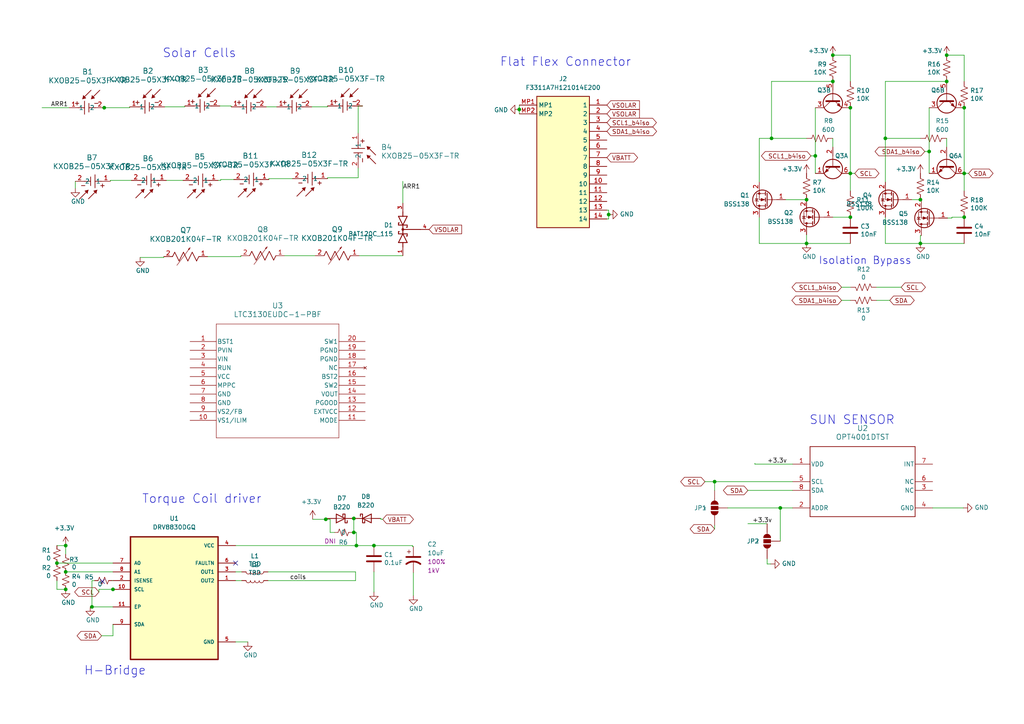
<source format=kicad_sch>
(kicad_sch (version 20230121) (generator eeschema)
  (paper "A4")
  (lib_symbols
    (symbol "BAT120C:BAT120C_115" (pin_names (offset 1.016))
      (property "Reference" "D" (at -5.08 5.08 0))
      (property "Value" "BAT120C_115" (at -5.08 2.54 0))
      (symbol "BAT120C_115_0_0"
        (pin passive line (at -7.62 0 0) (length 2.54) (name "~") (number "1"))
        (pin passive line (at 7.62 0 180) (length 2.54) (name "~") (number "3"))
        (pin passive line (at 0 -7.62 90) (length 2.54) (name "~") (number "4"))
      )
    )
    (symbol "DRV8830DGQ:DRV8830DGQ" (pin_names (offset 1.016))
      (property "Reference" "U" (at -12.7 18.78 0))
      (property "Value" "DRV8830DGQ" (at -12.7 -21.78 0))
      (symbol "DRV8830DGQ_0_0"
        (pin output line (at 17.78 5.08 180) (length 5.08) (name "OUT2") (number "1"))
        (pin input line (at -17.78 2.54 0) (length 5.08) (name "SCL") (number "10"))
        (pin bidirectional line (at -17.78 -2.54 0) (length 5.08) (name "EP") (number "11"))
        (pin input line (at -17.78 5.08 0) (length 5.08) (name "ISENSE") (number "2"))
        (pin output line (at 17.78 7.62 180) (length 5.08) (name "OUT1") (number "3"))
        (pin power_in line (at 17.78 15.24 180) (length 5.08) (name "VCC") (number "4"))
        (pin power_in line (at 17.78 -12.7 180) (length 5.08) (name "GND") (number "5"))
        (pin output line (at 17.78 10.16 180) (length 5.08) (name "FAULTN") (number "6"))
        (pin input line (at -17.78 10.16 0) (length 5.08) (name "A0") (number "7"))
        (pin input line (at -17.78 7.62 0) (length 5.08) (name "A1") (number "8"))
        (pin bidirectional line (at -17.78 -7.62 0) (length 5.08) (name "SDA") (number "9"))
      )
    )
    (symbol "Device:C" (pin_numbers hide) (pin_names (offset 0.254))
      (property "Reference" "C" (at 0.635 2.54 0))
      (property "Value" "C" (at 0.635 -2.54 0))
      (symbol "C_1_1"
        (pin passive line (at 0 3.81 270) (length 2.794) (name "~") (number "1"))
        (pin passive line (at 0 -3.81 90) (length 2.794) (name "~") (number "2"))
      )
    )
    (symbol "Device:L" (pin_numbers hide) (pin_names (offset 1.016) hide)
      (property "Reference" "L" (at -1.27 0 90))
      (property "Value" "L" (at 1.905 0 90))
      (symbol "L_1_1"
        (pin passive line (at 0 3.81 270) (length 1.27) (name "1") (number "1"))
        (pin passive line (at 0 -3.81 90) (length 1.27) (name "2") (number "2"))
      )
    )
    (symbol "Device:R_Small_US" (pin_numbers hide) (pin_names (offset 0.254) hide)
      (property "Reference" "R" (at 0.762 0.508 0))
      (property "Value" "R_Small_US" (at 0.762 -1.016 0))
      (symbol "R_Small_US_1_1"
        (pin passive line (at 0 2.54 270) (length 1.016) (name "~") (number "1"))
        (pin passive line (at 0 -2.54 90) (length 1.016) (name "~") (number "2"))
      )
    )
    (symbol "Device:R_US" (pin_numbers hide) (pin_names (offset 0))
      (property "Reference" "R" (at 2.54 0 90))
      (property "Value" "R_US" (at -2.54 0 90))
      (symbol "R_US_1_1"
        (pin passive line (at 0 3.81 270) (length 1.27) (name "~") (number "1"))
        (pin passive line (at 0 -3.81 90) (length 1.27) (name "~") (number "2"))
      )
    )
    (symbol "Diode:B220" (pin_numbers hide) (pin_names (offset 1.016) hide)
      (property "Reference" "D" (at 0 2.54 0))
      (property "Value" "B220" (at 0 -2.54 0))
      (symbol "B220_1_1"
        (pin passive line (at -3.81 0 0) (length 2.54) (name "K") (number "1"))
        (pin passive line (at 3.81 0 180) (length 2.54) (name "A") (number "2"))
      )
    )
    (symbol "F3311A7H121008E200:F3311A7H121014E200"
      (property "Reference" "J" (at 21.59 7.62 0))
      (property "Value" "F3311A7H121014E200" (at 21.59 5.08 0))
      (symbol "F3311A7H121014E200_1_1"
        (pin passive line (at 25.4 0 180) (length 5.08) (name "1") (number "1"))
        (pin passive line (at 25.4 -22.86 180) (length 5.08) (name "10") (number "10"))
        (pin passive line (at 25.4 -25.4 180) (length 5.08) (name "11") (number "11"))
        (pin passive line (at 25.4 -27.94 180) (length 5.08) (name "12") (number "12"))
        (pin passive line (at 25.4 -30.48 180) (length 5.08) (name "13") (number "13"))
        (pin passive line (at 25.4 -33.02 180) (length 5.08) (name "14") (number "14"))
        (pin passive line (at 25.4 -2.54 180) (length 5.08) (name "2") (number "2"))
        (pin passive line (at 25.4 -5.08 180) (length 5.08) (name "3") (number "3"))
        (pin passive line (at 25.4 -7.62 180) (length 5.08) (name "4") (number "4"))
        (pin passive line (at 25.4 -10.16 180) (length 5.08) (name "5") (number "5"))
        (pin passive line (at 25.4 -12.7 180) (length 5.08) (name "6") (number "6"))
        (pin passive line (at 25.4 -15.24 180) (length 5.08) (name "7") (number "7"))
        (pin passive line (at 25.4 -17.78 180) (length 5.08) (name "8") (number "8"))
        (pin passive line (at 25.4 -20.32 180) (length 5.08) (name "9") (number "9"))
        (pin passive line (at 0 0 0) (length 5.08) (name "MP1") (number "MP1"))
        (pin passive line (at 0 -2.54 0) (length 5.08) (name "MP2") (number "MP2"))
      )
    )
    (symbol "KXOB201K04TF-TR:KXOB201K04F-TR" (pin_names (offset 0.254))
      (property "Reference" "Q" (at 5.715 4.445 0))
      (property "Value" "KXOB201K04F-TR" (at 6.35 -4.445 0))
      (symbol "KXOB201K04F-TR_1_1"
        (pin unspecified line (at 12.7 0 180) (length 2.54) (name "") (number "1"))
        (pin unspecified line (at 0 0 0) (length 2.54) (name "") (number "2"))
      )
      (symbol "KXOB201K04F-TR_1_2"
        (pin unspecified line (at 0 12.7 270) (length 2.54) (name "") (number "1"))
        (pin unspecified line (at 0 0 90) (length 2.54) (name "") (number "2"))
      )
    )
    (symbol "KXOB25-05X3TF-TR:KXOB25-05X3F-TR" (pin_names (offset 0.254))
      (property "Reference" "B" (at 4.826 8.89 0))
      (property "Value" "KXOB25-05X3F-TR" (at 5.08 -3.81 0))
      (symbol "KXOB25-05X3F-TR_0_1"
        (pin unspecified line (at 0 0 0) (length 2.54) (name "1") (number "1"))
        (pin unspecified line (at 10.16 0 180) (length 2.54) (name "2") (number "2"))
      )
    )
    (symbol "LTC3130:LTC3130EUDC-1-PBF" (pin_names (offset 0.254))
      (property "Reference" "U" (at 25.4 10.16 0))
      (property "Value" "LTC3130EUDC-1-PBF" (at 25.4 7.62 0))
      (symbol "LTC3130EUDC-1-PBF_0_1"
        (pin unspecified line (at 0 0 0) (length 7.62) (name "BST1") (number "1"))
        (pin bidirectional line (at 0 -22.86 0) (length 7.62) (name "VS1/ILIM") (number "10"))
        (pin unspecified line (at 50.8 -22.86 180) (length 7.62) (name "MODE") (number "11"))
        (pin input line (at 50.8 -20.32 180) (length 7.62) (name "EXTVCC") (number "12"))
        (pin output line (at 50.8 -17.78 180) (length 7.62) (name "PGOOD") (number "13"))
        (pin output line (at 50.8 -15.24 180) (length 7.62) (name "VOUT") (number "14"))
        (pin unspecified line (at 50.8 -12.7 180) (length 7.62) (name "SW2") (number "15"))
        (pin unspecified line (at 50.8 -10.16 180) (length 7.62) (name "BST2") (number "16"))
        (pin no_connect line (at 50.8 -7.62 180) (length 7.62) (name "NC") (number "17"))
        (pin power_out line (at 50.8 -5.08 180) (length 7.62) (name "PGND") (number "18"))
        (pin power_out line (at 50.8 -2.54 180) (length 7.62) (name "PGND") (number "19"))
        (pin input line (at 0 -2.54 0) (length 7.62) (name "PVIN") (number "2"))
        (pin unspecified line (at 50.8 0 180) (length 7.62) (name "SW1") (number "20"))
        (pin input line (at 0 -5.08 0) (length 7.62) (name "VIN") (number "3"))
        (pin input line (at 0 -7.62 0) (length 7.62) (name "RUN") (number "4"))
        (pin power_in line (at 0 -10.16 0) (length 7.62) (name "VCC") (number "5"))
        (pin unspecified line (at 0 -12.7 0) (length 7.62) (name "MPPC") (number "6"))
        (pin power_out line (at 0 -15.24 0) (length 7.62) (name "GND") (number "7"))
        (pin power_out line (at 0 -17.78 0) (length 7.62) (name "GND") (number "8"))
        (pin bidirectional line (at 0 -20.32 0) (length 7.62) (name "VS2/FB") (number "9"))
      )
    )
    (symbol "OPT4001DTST:OPT4001DTST" (pin_names (offset 0.254))
      (property "Reference" "U" (at 0 2.54 0))
      (property "Value" "OPT4001DTST" (at 0 0 0))
      (symbol "OPT4001DTST_0_1"
        (pin power_in line (at 0 0 0) (length 5.08) (name "VDD") (number "1"))
        (pin input line (at 0 -12.7 0) (length 5.08) (name "ADDR") (number "2"))
        (pin unspecified line (at 40.64 -7.62 180) (length 5.08) (name "NC") (number "3"))
        (pin power_in line (at 40.64 -12.7 180) (length 5.08) (name "GND") (number "4"))
        (pin input line (at 0 -5.08 0) (length 5.08) (name "SCL") (number "5"))
        (pin unspecified line (at 40.64 -5.08 180) (length 5.08) (name "NC") (number "6"))
        (pin open_collector line (at 40.64 0 180) (length 5.08) (name "INT") (number "7"))
        (pin bidirectional line (at 0 -7.62 0) (length 5.08) (name "SDA") (number "8"))
      )
    )
    (symbol "SparkFun-Capacitor:C_Polarized" (pin_numbers hide) (pin_names (offset 0.254) hide)
      (property "Reference" "C" (at 0.635 2.54 0))
      (property "Value" "C_Polarized" (at 0.635 -2.54 0))
      (property "Tolerance" "100%" (at 0 -10.16 0))
      (property "Voltage" "1kV" (at 0 -7.62 0))
      (symbol "C_Polarized_1_1"
        (pin passive line (at 0 3.81 270) (length 2.794) (name "~") (number "1"))
        (pin passive line (at 0 -3.81 90) (length 3.302) (name "~") (number "2"))
      )
    )
    (symbol "SparkFun-Jumper:SolderJumper_3_Open_No_Silk" (pin_numbers hide) (pin_names (offset 0) hide)
      (property "Reference" "JP" (at -2.54 -2.54 0))
      (property "Value" "~" (at 0 2.794 0))
      (symbol "SolderJumper_3_Open_No_Silk_1_1"
        (pin passive line (at -5.08 0 0) (length 2.54) (name "A") (number "1"))
        (pin passive line (at 0 -3.81 90) (length 2.54) (name "C") (number "2"))
        (pin passive line (at 5.08 0 180) (length 2.54) (name "B") (number "3"))
      )
    )
    (symbol "Transistor_BJT:MBT2222ADW1T1" (pin_names (offset 0) hide)
      (property "Reference" "Q" (at 5.08 1.27 0))
      (property "Value" "MBT2222ADW1T1" (at 5.08 -1.27 0))
      (symbol "MBT2222ADW1T1_1_1"
        (pin passive line (at 2.54 -5.08 90) (length 2.54) (name "E1") (number "1"))
        (pin input line (at -5.08 0 0) (length 2.54) (name "B1") (number "2"))
        (pin passive line (at 2.54 5.08 270) (length 2.54) (name "C1") (number "6"))
      )
      (symbol "MBT2222ADW1T1_2_1"
        (pin passive line (at 2.54 5.08 270) (length 2.54) (name "C2") (number "3"))
        (pin passive line (at 2.54 -5.08 90) (length 2.54) (name "E2") (number "4"))
        (pin input line (at -5.08 0 0) (length 2.54) (name "B2") (number "5"))
      )
    )
    (symbol "Transistor_FET:BSS138" (pin_names hide)
      (property "Reference" "Q" (at 5.08 1.905 0))
      (property "Value" "BSS138" (at 5.08 0 0))
      (symbol "BSS138_1_1"
        (pin input line (at -5.08 0 0) (length 2.54) (name "G") (number "1"))
        (pin passive line (at 2.54 -5.08 90) (length 2.54) (name "S") (number "2"))
        (pin passive line (at 2.54 5.08 270) (length 2.54) (name "D") (number "3"))
      )
    )
    (symbol "power:+3.3V" (power) (pin_names (offset 0))
      (property "Value" "+3.3V" (at 0 3.556 0))
      (symbol "+3.3V_1_1"
        (pin power_in line (at 0 0 90) (length 0) hide (name "+3.3V") (number "1"))
      )
    )
    (symbol "power:GND" (power) (pin_names (offset 0))
      (property "Value" "GND" (at 0 -3.81 0))
      (symbol "GND_1_1"
        (pin power_in line (at 0 0 270) (length 0) hide (name "GND") (number "1"))
      )
    )
  )
  (junction (at 279.654 62.992))
  (junction (at 236.474 45.212))
  (junction (at 102.616 154.432))
  (junction (at 266.954 70.612))
  (junction (at 223.774 40.132))
  (junction (at 241.554 23.622))
  (junction (at 94.488 150.622))
  (junction (at 16.51 163.322))
  (junction (at 233.934 57.912))
  (junction (at 266.954 57.912))
  (junction (at 256.794 40.132))
  (junction (at 32.766 170.942))
  (junction (at 279.654 31.242))
  (junction (at 19.05 170.942))
  (junction (at 19.05 165.862))
  (junction (at 269.494 43.942))
  (junction (at 30.226 31.242))
  (junction (at 246.634 31.242))
  (junction (at 279.654 50.292))
  (junction (at 233.934 70.612))
  (junction (at 207.264 139.7))
  (junction (at 26.67 176.022))
  (junction (at 102.616 150.368))
  (junction (at 176.53 62.23))
  (junction (at 226.314 147.32))
  (junction (at 241.554 16.002))
  (junction (at 246.634 62.992))
  (junction (at 274.574 16.002))
  (junction (at 103.378 158.242))
  (junction (at 19.05 158.242))
  (junction (at 246.634 50.292))
  (junction (at 108.458 158.242))
  (junction (at 150.622 31.75))
  (junction (at 274.574 23.622))
  (no_connect (at 29.718 168.656))
  (no_connect (at 68.326 163.322))
  (wire (pts (xy 67.818 52.07) (xy 64.008 52.07)))
  (wire (pts (xy 48.26 52.324) (xy 53.086 52.324)))
  (wire (pts (xy 110.49 150.622) (xy 110.998 150.622)))
  (wire (pts (xy 26.67 168.402) (xy 26.67 176.022)))
  (wire (pts (xy 176.53 60.96) (xy 176.53 62.23)))
  (wire (pts (xy 68.326 158.242) (xy 103.378 158.242)))
  (wire (pts (xy 102.616 154.432) (xy 103.378 154.432)))
  (wire (pts (xy 218.948 134.366) (xy 218.948 134.62)))
  (wire (pts (xy 236.474 31.242) (xy 236.474 45.212)))
  (wire (pts (xy 47.752 30.988) (xy 53.594 30.988)))
  (wire (pts (xy 103.886 30.734) (xy 103.886 38.608)))
  (wire (pts (xy 220.218 70.612) (xy 233.934 70.612)))
  (wire (pts (xy 279.654 55.372) (xy 279.654 50.292)))
  (wire (pts (xy 119.634 158.496) (xy 119.634 158.242)))
  (wire (pts (xy 77.216 30.988) (xy 80.264 30.988)))
  (wire (pts (xy 261.366 83.312) (xy 254.254 83.312)))
  (wire (pts (xy 235.204 45.212) (xy 236.474 45.212)))
  (wire (pts (xy 38.1 52.324) (xy 32.004 52.324)))
  (wire (pts (xy 220.218 40.132) (xy 223.774 40.132)))
  (wire (pts (xy 256.794 70.612) (xy 266.954 70.612)))
  (wire (pts (xy 26.67 168.402) (xy 27.432 168.402)))
  (wire (pts (xy 64.008 52.324) (xy 63.246 52.324)))
  (wire (pts (xy 108.458 165.862) (xy 108.458 171.704)))
  (wire (pts (xy 90.678 150.622) (xy 94.488 150.622)))
  (wire (pts (xy 40.64 74.676) (xy 47.498 74.676)))
  (wire (pts (xy 276.098 62.992) (xy 279.654 62.992)))
  (wire (pts (xy 32.766 170.942) (xy 28.702 170.942)))
  (wire (pts (xy 280.924 50.292) (xy 279.654 50.292)))
  (wire (pts (xy 216.916 151.892) (xy 222.504 151.892)))
  (wire (pts (xy 279.654 31.242) (xy 279.654 50.292)))
  (wire (pts (xy 266.954 68.326) (xy 266.954 70.612)))
  (wire (pts (xy 16.51 163.322) (xy 32.766 163.322)))
  (wire (pts (xy 32.766 184.404) (xy 32.766 181.102)))
  (wire (pts (xy 26.162 176.022) (xy 26.67 176.022)))
  (wire (pts (xy 256.794 23.622) (xy 274.574 23.622)))
  (wire (pts (xy 28.702 170.942) (xy 28.702 171.704)))
  (wire (pts (xy 222.504 163.576) (xy 222.504 162.052)))
  (wire (pts (xy 233.934 40.132) (xy 223.774 40.132)))
  (wire (pts (xy 84.836 51.816) (xy 77.978 51.816)))
  (wire (pts (xy 226.314 147.32) (xy 229.87 147.32)))
  (wire (pts (xy 60.198 74.422) (xy 69.85 74.422)))
  (wire (pts (xy 267.208 57.912) (xy 266.954 57.912)))
  (wire (pts (xy 176.53 62.23) (xy 176.53 63.5)))
  (wire (pts (xy 82.55 74.168) (xy 91.44 74.168)))
  (wire (pts (xy 102.108 154.432) (xy 102.616 154.432)))
  (wire (pts (xy 97.028 154.432) (xy 95.758 154.432)))
  (wire (pts (xy 104.14 74.168) (xy 116.84 74.168)))
  (wire (pts (xy 246.634 16.002) (xy 241.554 16.002)))
  (wire (pts (xy 103.378 154.432) (xy 103.378 158.242)))
  (wire (pts (xy 94.996 51.562) (xy 94.996 51.816)))
  (wire (pts (xy 176.022 60.96) (xy 176.53 60.96)))
  (wire (pts (xy 226.314 147.32) (xy 226.314 156.972)))
  (wire (pts (xy 150.622 31.75) (xy 150.622 33.02)))
  (wire (pts (xy 220.218 52.832) (xy 220.218 40.132)))
  (wire (pts (xy 95.758 154.432) (xy 95.758 150.622)))
  (wire (pts (xy 103.124 168.402) (xy 77.724 168.402)))
  (wire (pts (xy 105.156 30.734) (xy 103.886 30.734)))
  (wire (pts (xy 68.326 165.862) (xy 70.104 165.862)))
  (wire (pts (xy 103.124 165.862) (xy 103.124 168.402)))
  (wire (pts (xy 67.056 30.734) (xy 67.056 30.988)))
  (wire (pts (xy 247.904 50.292) (xy 246.634 50.292)))
  (wire (pts (xy 110.236 150.368) (xy 110.49 150.368)))
  (wire (pts (xy 207.264 139.7) (xy 229.87 139.7)))
  (wire (pts (xy 94.488 150.368) (xy 94.488 150.622)))
  (wire (pts (xy 19.05 160.782) (xy 19.05 158.242)))
  (wire (pts (xy 207.264 142.24) (xy 207.264 139.7)))
  (wire (pts (xy 77.978 51.816) (xy 77.978 52.07)))
  (wire (pts (xy 266.954 57.912) (xy 264.414 57.912)))
  (wire (pts (xy 223.774 23.622) (xy 241.554 23.622)))
  (wire (pts (xy 69.85 74.422) (xy 69.85 74.168)))
  (wire (pts (xy 274.828 63.246) (xy 276.098 63.246)))
  (wire (pts (xy 246.634 83.312) (xy 244.094 83.312)))
  (wire (pts (xy 246.634 87.122) (xy 244.094 87.122)))
  (wire (pts (xy 63.754 30.734) (xy 67.056 30.734)))
  (wire (pts (xy 119.634 158.496) (xy 119.888 158.496)))
  (wire (pts (xy 16.51 168.402) (xy 16.51 170.942)))
  (wire (pts (xy 103.886 48.768) (xy 103.886 51.562)))
  (wire (pts (xy 32.004 52.324) (xy 32.004 52.578)))
  (wire (pts (xy 119.634 158.242) (xy 108.458 158.242)))
  (wire (pts (xy 258.064 87.122) (xy 254.254 87.122)))
  (wire (pts (xy 223.774 23.622) (xy 223.774 40.132)))
  (wire (pts (xy 279.654 70.612) (xy 266.954 70.612)))
  (wire (pts (xy 266.954 40.132) (xy 256.794 40.132)))
  (wire (pts (xy 53.594 30.988) (xy 53.594 30.734)))
  (wire (pts (xy 103.886 51.562) (xy 94.996 51.562)))
  (wire (pts (xy 37.592 31.242) (xy 37.592 30.988)))
  (wire (pts (xy 77.724 165.862) (xy 103.124 165.862)))
  (wire (pts (xy 256.794 52.832) (xy 256.794 40.132)))
  (wire (pts (xy 94.996 150.368) (xy 94.488 150.368)))
  (wire (pts (xy 207.264 152.4) (xy 207.264 153.416)))
  (wire (pts (xy 32.512 168.402) (xy 32.766 168.402)))
  (wire (pts (xy 279.654 16.002) (xy 274.574 16.002)))
  (wire (pts (xy 150.622 30.48) (xy 150.622 31.75)))
  (wire (pts (xy 116.84 52.578) (xy 116.84 58.928)))
  (wire (pts (xy 227.838 57.912) (xy 233.934 57.912)))
  (wire (pts (xy 68.326 168.402) (xy 70.104 168.402)))
  (wire (pts (xy 220.218 62.992) (xy 220.218 70.612)))
  (wire (pts (xy 110.49 150.368) (xy 110.49 150.622)))
  (wire (pts (xy 94.488 150.622) (xy 95.758 150.622)))
  (wire (pts (xy 241.554 62.992) (xy 246.634 62.992)))
  (wire (pts (xy 176.53 63.5) (xy 176.022 63.5)))
  (wire (pts (xy 19.05 165.862) (xy 32.766 165.862)))
  (wire (pts (xy 64.008 52.07) (xy 64.008 52.324)))
  (wire (pts (xy 30.226 31.242) (xy 37.592 31.242)))
  (wire (pts (xy 216.916 142.24) (xy 229.87 142.24)))
  (wire (pts (xy 246.634 55.372) (xy 246.634 50.292)))
  (wire (pts (xy 267.208 68.326) (xy 266.954 68.326)))
  (wire (pts (xy 21.844 52.578) (xy 21.844 54.61)))
  (wire (pts (xy 233.934 70.612) (xy 233.934 68.072)))
  (wire (pts (xy 246.634 31.242) (xy 246.634 50.292)))
  (wire (pts (xy 94.996 30.734) (xy 94.996 30.988)))
  (wire (pts (xy 12.192 31.242) (xy 20.066 31.242)))
  (wire (pts (xy 246.634 23.622) (xy 246.634 16.002)))
  (wire (pts (xy 68.326 186.182) (xy 71.882 186.182)))
  (wire (pts (xy 29.464 184.404) (xy 32.766 184.404)))
  (wire (pts (xy 229.87 134.62) (xy 218.948 134.62)))
  (wire (pts (xy 268.224 43.942) (xy 269.494 43.942)))
  (wire (pts (xy 267.208 58.166) (xy 267.208 57.912)))
  (wire (pts (xy 103.378 158.242) (xy 108.458 158.242)))
  (wire (pts (xy 102.616 150.368) (xy 102.616 154.432)))
  (wire (pts (xy 256.794 62.992) (xy 256.794 70.612)))
  (wire (pts (xy 256.794 40.132) (xy 256.794 23.622)))
  (wire (pts (xy 269.494 43.942) (xy 269.494 50.292)))
  (wire (pts (xy 29.972 31.242) (xy 30.226 31.242)))
  (wire (pts (xy 279.654 23.622) (xy 279.654 16.002)))
  (wire (pts (xy 90.424 30.988) (xy 94.996 30.988)))
  (wire (pts (xy 270.51 147.32) (xy 279.4 147.32)))
  (wire (pts (xy 276.098 63.246) (xy 276.098 62.992)))
  (wire (pts (xy 241.554 42.672) (xy 241.554 40.132)))
  (wire (pts (xy 211.074 147.32) (xy 226.314 147.32)))
  (wire (pts (xy 19.05 158.242) (xy 16.51 158.242)))
  (wire (pts (xy 233.934 70.612) (xy 246.634 70.612)))
  (wire (pts (xy 223.52 163.576) (xy 222.504 163.576)))
  (wire (pts (xy 26.67 176.022) (xy 32.766 176.022)))
  (wire (pts (xy 204.47 139.7) (xy 207.264 139.7)))
  (wire (pts (xy 236.474 45.212) (xy 236.474 50.292)))
  (wire (pts (xy 274.574 42.672) (xy 274.574 40.132)))
  (wire (pts (xy 47.498 74.676) (xy 47.498 74.422)))
  (wire (pts (xy 16.51 170.942) (xy 19.05 170.942)))
  (wire (pts (xy 119.888 166.116) (xy 119.888 172.72)))
  (wire (pts (xy 33.02 170.942) (xy 32.766 170.942)))
  (wire (pts (xy 269.494 31.242) (xy 269.494 43.942)))
  (text "Flat Flex Connector" (at 183.134 19.558 0) (effects (font (size 2.54 2.54)) (justify right bottom)))
  (text "SUN SENSOR\n\n" (at 234.696 127.508 0) (effects (font (size 2.54 2.54)) (justify left bottom)))
  (text "Isolation Bypass" (at 264.414 76.962 0) (effects (font (size 2.159 2.159)) (justify right bottom)))
  (text "Solar Cells" (at 68.58 17.018 0) (effects (font (size 2.54 2.54)) (justify right bottom)))
  (text "Torque Coil driver\n" (at 41.148 146.304 0) (effects (font (size 2.54 2.54)) (justify left bottom)))
  (text "H-Bridge" (at 42.418 196.088 0) (effects (font (size 2.54 2.54)) (justify right bottom)))
  (label "ARR1" (at 14.732 31.242 0))
  (label "ARR1" (at 116.84 55.118 0))
  (label "+3.3v" (at 218.186 151.892 0))
  (label "coils" (at 84.074 168.402 0))
  (label "+3.3v" (at 222.504 134.62 0))
  (global_label "SCL" (shape bidirectional) (at 28.702 171.704 180) (property "Intersheetrefs" "${INTERSHEET_REFS}" (effects hide)))
  (global_label "SCL" (shape bidirectional) (at 247.904 50.292 0) (property "Intersheetrefs" "${INTERSHEET_REFS}" (effects hide)))
  (global_label "SCL" (shape bidirectional) (at 261.366 83.312 0) (property "Intersheetrefs" "${INTERSHEET_REFS}" (effects hide)))
  (global_label "SDA" (shape bidirectional) (at 29.464 184.404 180) (property "Intersheetrefs" "${INTERSHEET_REFS}" (effects hide)))
  (global_label "SDA" (shape bidirectional) (at 216.916 142.24 180) (property "Intersheetrefs" "${INTERSHEET_REFS}" (effects hide)))
  (global_label "SDA1_b4iso" (shape bidirectional) (at 176.022 38.1 0) (property "Intersheetrefs" "${INTERSHEET_REFS}" (effects hide)))
  (global_label "SDA" (shape bidirectional) (at 258.064 87.122 0) (property "Intersheetrefs" "${INTERSHEET_REFS}" (effects hide)))
  (global_label "SDA" (shape bidirectional) (at 280.924 50.292 0) (property "Intersheetrefs" "${INTERSHEET_REFS}" (effects hide)))
  (global_label "VSOLAR" (shape input) (at 176.022 33.02 0) (property "Intersheetrefs" "${INTERSHEET_REFS}" (effects hide)))
  (global_label "VSOLAR" (shape input) (at 124.46 66.548 0) (property "Intersheetrefs" "${INTERSHEET_REFS}" (effects hide)))
  (global_label "VBATT" (shape bidirectional) (at 110.998 150.622 0) (property "Intersheetrefs" "${INTERSHEET_REFS}" (effects hide)))
  (global_label "SDA1_b4iso" (shape bidirectional) (at 268.224 43.942 180) (property "Intersheetrefs" "${INTERSHEET_REFS}" (effects hide)))
  (global_label "SCL" (shape bidirectional) (at 204.47 139.7 180) (property "Intersheetrefs" "${INTERSHEET_REFS}" (effects hide)))
  (global_label "SDA" (shape bidirectional) (at 207.264 153.416 180) (property "Intersheetrefs" "${INTERSHEET_REFS}" (effects hide)))
  (global_label "SCL1_b4iso" (shape bidirectional) (at 244.094 83.312 180) (property "Intersheetrefs" "${INTERSHEET_REFS}" (effects hide)))
  (global_label "SDA1_b4iso" (shape bidirectional) (at 244.094 87.122 180) (property "Intersheetrefs" "${INTERSHEET_REFS}" (effects hide)))
  (global_label "VBATT" (shape bidirectional) (at 176.022 45.72 0) (property "Intersheetrefs" "${INTERSHEET_REFS}" (effects hide)))
  (global_label "VSOLAR" (shape input) (at 176.022 30.48 0) (property "Intersheetrefs" "${INTERSHEET_REFS}" (effects hide)))
  (global_label "SCL1_b4iso" (shape bidirectional) (at 176.022 35.56 0) (property "Intersheetrefs" "${INTERSHEET_REFS}" (effects hide)))
  (global_label "SCL1_b4iso" (shape bidirectional) (at 235.204 45.212 180) (property "Intersheetrefs" "${INTERSHEET_REFS}" (effects hide)))
  (symbol (lib_id "KXOB25-05X3TF-TR:KXOB25-05X3F-TR") (at 67.056 30.988 0) (unit 1)
    (property "Reference" "B8" (at 72.39 20.574 0) (effects (font (size 1.524 1.524))))
    (property "Value" "KXOB25-05X3F-TR" (at 72.39 23.114 0) (effects (font (size 1.524 1.524))))
    (property "Footprint" "CHIP2_KXOB25-05X3F-TR_AAR" (effects hide))
    (property "Datasheet" "KXOB25-05X3F-TR" (effects hide))
  )
  (symbol (lib_id "KXOB25-05X3TF-TR:KXOB25-05X3F-TR") (at 63.246 52.324 180) (unit 1)
    (property "Reference" "B5" (at 57.912 45.466 0) (effects (font (size 1.524 1.524))))
    (property "Value" "KXOB25-05X3F-TR" (at 57.912 48.006 0) (effects (font (size 1.524 1.524))))
    (property "Footprint" "CHIP2_KXOB25-05X3F-TR_AAR" (effects hide))
    (property "Datasheet" "KXOB25-05X3F-TR" (effects hide))
  )
  (symbol (lib_id "power:GND") (at 266.954 70.612 0) (mirror y) (unit 1)
    (property "Reference" "#PWR016" (effects hide))
    (property "Value" "GND" (at 265.684 74.422 0) (effects (justify right)))
  )
  (symbol (lib_id "KXOB201K04TF-TR:KXOB201K04F-TR") (at 47.498 74.422 0) (unit 1)
    (property "Reference" "Q7" (at 53.848 66.802 0) (effects (font (size 1.524 1.524))))
    (property "Value" "KXOB201K04F-TR" (at 53.848 69.342 0) (effects (font (size 1.524 1.524))))
    (property "Footprint" "TRAN_KXOB201K04F-TR_AAR" (effects hide))
    (property "Datasheet" "KXOB201K04F-TR" (effects hide))
  )
  (symbol (lib_id "power:GND") (at 108.458 171.704 0) (mirror y) (unit 1)
    (property "Reference" "#PWR07" (effects hide))
    (property "Value" "GND" (at 107.188 175.514 0) (effects (justify right)))
  )
  (symbol (lib_id "SparkFun-Jumper:SolderJumper_3_Open_No_Silk") (at 222.504 156.972 90) (unit 1)
    (property "Reference" "JP2" (at 220.218 156.972 90) (effects (justify left)))
    (property "Value" "~" (at 219.71 156.972 0))
    (property "Footprint" "SparkFun-Jumper:SMT-JUMPER_3_NO_NO-SILK" (effects hide))
  )
  (symbol (lib_id "Device:R_Small_US") (at 29.972 168.402 270) (unit 1)
    (property "Reference" "R5" (at 27.178 167.386 90) (effects (justify right)))
    (property "Value" "0" (at 29.718 169.418 90) (effects (justify right)))
    (property "Footprint" "Resistor_SMD:R_0402_1005Metric" (effects hide))
  )
  (symbol (lib_id "Transistor_BJT:MBT2222ADW1T1") (at 241.554 47.752 270) (unit 1)
    (property "Reference" "Q3" (at 244.094 45.212 90))
    (property "Value" "MBT2222ADW1T1" (effects hide))
    (property "Footprint" "Package_TO_SOT_SMD:SOT-363_SC-70-6" (effects hide))
    (property "Datasheet" "http://www.onsemi.com/pub_link/Collateral/MBT2222ADW1T1-D.PDF" (effects hide))
  )
  (symbol (lib_id "F3311A7H121008E200:F3311A7H121014E200") (at 150.622 30.48 0) (unit 1)
    (property "Reference" "J2" (at 163.322 22.86 0))
    (property "Value" "F3311A7H121014E200" (at 163.322 25.4 0))
    (property "Footprint" "F3311A7H121014E200" (effects hide))
    (property "Datasheet" "https://cdn.amphenol-cs.com/media/wysiwyg/files/documentation/datasheet/flex/ffc_fpc_050mm_f331.pdf" (effects hide))
    (property "Height" "1.12" (effects hide))
    (property "Manufacturer_Name" "Amphenol Communications Solutions" (effects hide))
    (property "Manufacturer_Part_Number" "F3311A7H121014E200" (effects hide))
  )
  (symbol (lib_id "power:GND") (at 21.844 54.61 0) (mirror y) (unit 1)
    (property "Reference" "#PWR04" (effects hide))
    (property "Value" "GND" (at 20.574 58.42 0) (effects (justify right)))
  )
  (symbol (lib_id "OPT4001DTST:OPT4001DTST") (at 229.87 134.62 0) (unit 1)
    (property "Reference" "U2" (at 250.19 124.206 0) (effects (font (size 1.524 1.524))))
    (property "Value" "OPT4001DTST" (at 250.19 126.746 0) (effects (font (size 1.524 1.524))))
    (property "Footprint" "DTS0008A-MFG" (effects hide))
    (property "Datasheet" "OPT4001DTST" (effects hide))
  )
  (symbol (lib_id "Transistor_BJT:MBT2222ADW1T1") (at 241.554 28.702 90) (mirror x) (unit 2)
    (property "Reference" "Q3" (at 239.014 26.162 90))
    (property "Value" "MBT2222ADW1T1" (effects hide))
    (property "Footprint" "Package_TO_SOT_SMD:SOT-363_SC-70-6" (effects hide))
    (property "Datasheet" "http://www.onsemi.com/pub_link/Collateral/MBT2222ADW1T1-D.PDF" (effects hide))
  )
  (symbol (lib_id "Device:R_Small_US") (at 99.568 154.432 90) (unit 1)
    (property "Reference" "R6" (at 99.568 157.3022 90))
    (property "Value" "0" (at 99.568 154.432 90))
    (property "Footprint" "Resistor_SMD:R_0603_1608Metric" (effects hide))
    (property "DNI" "DNI" (at 95.758 156.972 90))
  )
  (symbol (lib_id "power:GND") (at 233.934 70.612 0) (mirror y) (unit 1)
    (property "Reference" "#PWR013" (effects hide))
    (property "Value" "GND" (at 232.664 74.422 0) (effects (justify right)))
  )
  (symbol (lib_id "KXOB25-05X3TF-TR:KXOB25-05X3F-TR") (at 103.886 38.608 270) (unit 1)
    (property "Reference" "B4" (at 110.49 42.672 90) (effects (font (size 1.524 1.524)) (justify left)))
    (property "Value" "KXOB25-05X3F-TR" (at 110.49 45.212 90) (effects (font (size 1.524 1.524)) (justify left)))
    (property "Footprint" "CHIP2_KXOB25-05X3F-TR_AAR" (effects hide))
    (property "Datasheet" "KXOB25-05X3F-TR" (effects hide))
  )
  (symbol (lib_id "KXOB25-05X3TF-TR:KXOB25-05X3F-TR") (at 20.066 31.242 0) (unit 1)
    (property "Reference" "B1" (at 25.4 20.828 0) (effects (font (size 1.524 1.524))))
    (property "Value" "KXOB25-05X3F-TR" (at 25.4 23.368 0) (effects (font (size 1.524 1.524))))
    (property "Footprint" "CHIP2_KXOB25-05X3F-TR_AAR" (effects hide))
    (property "Datasheet" "KXOB25-05X3F-TR" (effects hide))
  )
  (symbol (lib_id "BAT120C:BAT120C_115") (at 116.84 66.548 90) (unit 1)
    (property "Reference" "D1" (at 114.046 65.278 90) (effects (justify left)))
    (property "Value" "BAT120C_115" (at 114.046 67.818 90) (effects (justify left)))
    (property "Footprint" "BAT120C_115:SOT230P700X180-4N" (effects hide))
    (property "DigiKey_Part_Number" "1727-5450-2-ND" (effects hide))
    (property "MF" "Nexperia USA Inc." (effects hide))
    (property "Purchase-URL" "https://www.snapeda.com/api/url_track_click_mouser/?unipart_id=7386550&manufacturer=Nexperia USA Inc.&part_name=BAT120C,115&search_term=bat120c" (effects hide))
    (property "Package" "None" (effects hide))
    (property "Check_prices" "https://www.snapeda.com/parts/BAT120C,115/Nexperia/view-part/?ref=eda" (effects hide))
    (property "STANDARD" "IPC 7351B" (effects hide))
    (property "SnapEDA_Link" "https://www.snapeda.com/parts/BAT120C,115/Nexperia/view-part/?ref=snap" (effects hide))
    (property "MP" "BAT120C,115" (effects hide))
    (property "Description" "\nDiode Array 1 Pair Common Cathode Schottky 25 V 1A (DC) Surface Mount TO-261-4, TO-261AA\n" (effects hide))
    (property "MANUFACTURER" "NXP" (effects hide))
  )
  (symbol (lib_id "Transistor_FET:BSS138") (at 236.474 62.992 180) (unit 1)
    (property "Reference" "Q2" (at 230.124 61.722 0) (effects (justify left)))
    (property "Value" "BSS138" (at 230.124 64.262 0) (effects (justify left)))
    (property "Footprint" "Package_TO_SOT_SMD:SOT-23" (effects hide))
    (property "Datasheet" "https://www.onsemi.com/pub/Collateral/BSS138-D.PDF" (effects hide))
  )
  (symbol (lib_id "power:GND") (at 279.4 147.32 90) (unit 1)
    (property "Reference" "#PWR018" (effects hide))
    (property "Value" "GND" (at 282.6512 147.193 90) (effects (justify right)))
  )
  (symbol (lib_id "Device:R_US") (at 274.574 19.812 0) (unit 1)
    (property "Reference" "R16" (at 272.8468 18.6436 0) (effects (justify right)))
    (property "Value" "10K" (at 272.8468 20.955 0) (effects (justify right)))
    (property "Footprint" "Resistor_SMD:R_0603_1608Metric" (effects hide))
  )
  (symbol (lib_id "KXOB25-05X3TF-TR:KXOB25-05X3F-TR") (at 53.594 30.734 0) (unit 1)
    (property "Reference" "B3" (at 58.928 20.32 0) (effects (font (size 1.524 1.524))))
    (property "Value" "KXOB25-05X3F-TR" (at 58.928 22.86 0) (effects (font (size 1.524 1.524))))
    (property "Footprint" "CHIP2_KXOB25-05X3F-TR_AAR" (effects hide))
    (property "Datasheet" "KXOB25-05X3F-TR" (effects hide))
  )
  (symbol (lib_id "Diode:B220") (at 106.426 150.368 0) (unit 1)
    (property "Reference" "D8" (at 106.1085 144.018 0))
    (property "Value" "B220" (at 106.1085 146.558 0))
    (property "Footprint" "Diode_SMD:D_SMB" (effects hide))
    (property "Datasheet" "http://www.jameco.com/Jameco/Products/ProdDS/1538777.pdf" (effects hide))
  )
  (symbol (lib_id "Device:R_US") (at 250.444 83.312 90) (mirror x) (unit 1)
    (property "Reference" "R12" (at 250.444 78.105 90))
    (property "Value" "0" (at 250.444 80.4164 90))
    (property "Footprint" "Resistor_SMD:R_0603_1608Metric" (effects hide))
  )
  (symbol (lib_id "power:+3.3V") (at 90.678 150.622 0) (mirror y) (unit 1)
    (property "Reference" "#PWR06" (effects hide))
    (property "Value" "+3.3V" (at 93.218 145.542 0) (effects (justify left)))
  )
  (symbol (lib_id "Transistor_BJT:MBT2222ADW1T1") (at 274.574 47.752 270) (unit 1)
    (property "Reference" "Q6" (at 277.114 45.212 90))
    (property "Value" "MBT2222ADW1T1" (effects hide))
    (property "Footprint" "Package_TO_SOT_SMD:SOT-363_SC-70-6" (effects hide))
    (property "Datasheet" "http://www.onsemi.com/pub_link/Collateral/MBT2222ADW1T1-D.PDF" (effects hide))
  )
  (symbol (lib_id "Device:R_US") (at 237.744 40.132 90) (unit 1)
    (property "Reference" "R8" (at 240.284 35.052 90))
    (property "Value" "600" (at 240.284 37.592 90))
    (property "Footprint" "Resistor_SMD:R_0603_1608Metric" (effects hide))
  )
  (symbol (lib_id "Transistor_BJT:MBT2222ADW1T1") (at 274.574 28.702 90) (mirror x) (unit 2)
    (property "Reference" "Q6" (at 272.034 26.162 90))
    (property "Value" "MBT2222ADW1T1" (effects hide))
    (property "Footprint" "Package_TO_SOT_SMD:SOT-363_SC-70-6" (effects hide))
    (property "Datasheet" "http://www.onsemi.com/pub_link/Collateral/MBT2222ADW1T1-D.PDF" (effects hide))
  )
  (symbol (lib_id "Device:C") (at 108.458 162.052 0) (unit 1)
    (property "Reference" "C1" (at 111.379 160.8836 0) (effects (justify left)))
    (property "Value" "0.1uF" (at 111.379 163.195 0) (effects (justify left)))
    (property "Footprint" "Capacitor_SMD:C_0402_1005Metric" (effects hide))
  )
  (symbol (lib_id "KXOB25-05X3TF-TR:KXOB25-05X3F-TR") (at 77.978 52.07 180) (unit 1)
    (property "Reference" "B11" (at 72.644 45.212 0) (effects (font (size 1.524 1.524))))
    (property "Value" "KXOB25-05X3F-TR" (at 72.644 47.752 0) (effects (font (size 1.524 1.524))))
    (property "Footprint" "CHIP2_KXOB25-05X3F-TR_AAR" (effects hide))
    (property "Datasheet" "KXOB25-05X3F-TR" (effects hide))
  )
  (symbol (lib_id "KXOB25-05X3TF-TR:KXOB25-05X3F-TR") (at 94.996 51.816 180) (unit 1)
    (property "Reference" "B12" (at 89.662 44.958 0) (effects (font (size 1.524 1.524))))
    (property "Value" "KXOB25-05X3F-TR" (at 89.662 47.498 0) (effects (font (size 1.524 1.524))))
    (property "Footprint" "CHIP2_KXOB25-05X3F-TR_AAR" (effects hide))
    (property "Datasheet" "KXOB25-05X3F-TR" (effects hide))
  )
  (symbol (lib_id "SparkFun-Capacitor:C_Polarized") (at 119.888 162.306 0) (unit 1)
    (property "Reference" "C2" (at 123.952 157.861 0) (effects (justify left)))
    (property "Value" "10uF" (at 123.952 160.401 0) (effects (justify left)))
    (property "Footprint" "Capacitor_SMD:C_0805_2012Metric" (effects hide))
    (property "Datasheet" "[link text](https://cdn.sparkfun.com/assets/8/a/4/a/5/Kemet_Capacitor_Datasheet.pdf)" (effects hide))
    (property "PROD_ID" "CAP-00000" (effects hide))
    (property "Tolerance" "100%" (at 123.952 162.941 0) (effects (justify left)))
    (property "Voltage" "1kV" (at 123.952 165.481 0) (effects (justify left)))
  )
  (symbol (lib_id "Device:R_Small_US") (at 16.51 160.782 180) (unit 1)
    (property "Reference" "R1" (at 14.8082 159.6136 0) (effects (justify left)))
    (property "Value" "0" (at 14.8082 161.925 0) (effects (justify left)))
    (property "Footprint" "Resistor_SMD:R_0402_1005Metric" (effects hide))
  )
  (symbol (lib_id "Device:R_Small_US") (at 19.05 163.322 180) (unit 1)
    (property "Reference" "R3" (at 20.066 162.306 0) (effects (justify right)))
    (property "Value" "0" (at 20.7772 164.465 0) (effects (justify right)))
    (property "Footprint" "Resistor_SMD:R_0402_1005Metric" (effects hide))
  )
  (symbol (lib_id "KXOB25-05X3TF-TR:KXOB25-05X3F-TR") (at 80.264 30.988 0) (unit 1)
    (property "Reference" "B9" (at 85.598 20.574 0) (effects (font (size 1.524 1.524))))
    (property "Value" "KXOB25-05X3F-TR" (at 85.598 23.114 0) (effects (font (size 1.524 1.524))))
    (property "Footprint" "CHIP2_KXOB25-05X3F-TR_AAR" (effects hide))
    (property "Datasheet" "KXOB25-05X3F-TR" (effects hide))
  )
  (symbol (lib_id "KXOB25-05X3TF-TR:KXOB25-05X3F-TR") (at 94.996 30.734 0) (unit 1)
    (property "Reference" "B10" (at 100.33 20.32 0) (effects (font (size 1.524 1.524))))
    (property "Value" "KXOB25-05X3F-TR" (at 100.33 22.86 0) (effects (font (size 1.524 1.524))))
    (property "Footprint" "CHIP2_KXOB25-05X3F-TR_AAR" (effects hide))
    (property "Datasheet" "KXOB25-05X3F-TR" (effects hide))
  )
  (symbol (lib_id "Device:C") (at 246.634 66.802 0) (unit 1)
    (property "Reference" "C3" (at 249.555 65.659 0) (effects (justify left)))
    (property "Value" "10nF" (at 249.555 67.945 0) (effects (justify left)))
    (property "Footprint" "Capacitor_SMD:C_0603_1608Metric" (effects hide))
  )
  (symbol (lib_id "power:+3.3V") (at 233.934 50.292 0) (mirror y) (unit 1)
    (property "Reference" "#PWR012" (effects hide))
    (property "Value" "+3.3V" (at 232.664 49.022 0) (effects (justify left)))
  )
  (symbol (lib_id "Device:R_US") (at 270.764 40.132 270) (unit 1)
    (property "Reference" "R15" (at 273.304 35.052 90))
    (property "Value" "600" (at 273.304 37.592 90))
    (property "Footprint" "Resistor_SMD:R_0603_1608Metric" (effects hide))
  )
  (symbol (lib_id "Device:R_Small_US") (at 19.05 168.402 180) (unit 1)
    (property "Reference" "R4" (at 20.7772 167.2336 0) (effects (justify right)))
    (property "Value" "0" (at 20.7772 169.545 0) (effects (justify right)))
    (property "Footprint" "Resistor_SMD:R_0402_1005Metric" (effects hide))
  )
  (symbol (lib_id "Device:R_US") (at 233.934 54.102 180) (unit 1)
    (property "Reference" "R7" (at 235.6612 52.9336 0) (effects (justify right)))
    (property "Value" "10K" (at 235.6612 55.245 0) (effects (justify right)))
    (property "Footprint" "Resistor_SMD:R_0603_1608Metric" (effects hide))
  )
  (symbol (lib_id "Device:R_US") (at 279.654 59.182 180) (unit 1)
    (property "Reference" "R18" (at 281.3812 58.0136 0) (effects (justify right)))
    (property "Value" "100K" (at 281.3812 60.325 0) (effects (justify right)))
    (property "Footprint" "Resistor_SMD:R_0603_1608Metric" (effects hide))
  )
  (symbol (lib_id "Device:R_US") (at 246.634 27.432 180) (unit 1)
    (property "Reference" "R10" (at 248.3612 26.2636 0) (effects (justify right)))
    (property "Value" "10K" (at 248.3612 28.575 0) (effects (justify right)))
    (property "Footprint" "Resistor_SMD:R_0402_1005Metric" (effects hide))
  )
  (symbol (lib_id "Device:L") (at 73.914 168.402 270) (unit 1)
    (property "Reference" "L2" (at 73.914 163.8046 90))
    (property "Value" "TBD" (at 73.914 166.116 90))
    (property "Footprint" "Inductor_SMD:L_0603_1608Metric" (effects hide))
  )
  (symbol (lib_id "Device:R_US") (at 266.954 54.102 180) (unit 1)
    (property "Reference" "R14" (at 268.6812 52.9336 0) (effects (justify right)))
    (property "Value" "10K" (at 268.6812 55.245 0) (effects (justify right)))
    (property "Footprint" "Resistor_SMD:R_0603_1608Metric" (effects hide))
  )
  (symbol (lib_id "power:+3.3V") (at 266.954 50.292 0) (mirror y) (unit 1)
    (property "Reference" "#PWR015" (effects hide))
    (property "Value" "+3.3V" (at 265.684 49.022 0) (effects (justify left)))
  )
  (symbol (lib_id "Device:L") (at 73.914 165.862 270) (unit 1)
    (property "Reference" "L1" (at 73.914 161.2646 90))
    (property "Value" "TBD" (at 73.914 163.576 90))
    (property "Footprint" "Inductor_SMD:L_0603_1608Metric" (effects hide))
  )
  (symbol (lib_id "SparkFun-Jumper:SolderJumper_3_Open_No_Silk") (at 207.264 147.32 90) (unit 1)
    (property "Reference" "JP1" (at 204.978 147.32 90) (effects (justify left)))
    (property "Value" "~" (at 204.47 147.32 0))
    (property "Footprint" "SparkFun-Jumper:SMT-JUMPER_3_NO_NO-SILK" (effects hide))
  )
  (symbol (lib_id "Transistor_FET:BSS138") (at 269.748 63.246 180) (unit 1)
    (property "Reference" "Q5" (at 263.398 61.976 0) (effects (justify left)))
    (property "Value" "BSS138" (at 263.398 64.516 0) (effects (justify left)))
    (property "Footprint" "Package_TO_SOT_SMD:SOT-23" (effects hide))
    (property "Datasheet" "https://www.onsemi.com/pub/Collateral/BSS138-D.PDF" (effects hide))
  )
  (symbol (lib_id "power:GND") (at 19.05 170.942 0) (mirror y) (unit 1)
    (property "Reference" "#PWR02" (effects hide))
    (property "Value" "GND" (at 17.78 174.752 0) (effects (justify right)))
  )
  (symbol (lib_id "Device:R_US") (at 250.444 87.122 90) (mirror x) (unit 1)
    (property "Reference" "R13" (at 250.444 89.9922 90))
    (property "Value" "0" (at 250.444 92.3036 90))
    (property "Footprint" "Resistor_SMD:R_0603_1608Metric" (effects hide))
  )
  (symbol (lib_id "KXOB25-05X3TF-TR:KXOB25-05X3F-TR") (at 32.004 52.578 180) (unit 1)
    (property "Reference" "B7" (at 26.67 45.72 0) (effects (font (size 1.524 1.524))))
    (property "Value" "KXOB25-05X3F-TR" (at 26.67 48.26 0) (effects (font (size 1.524 1.524))))
    (property "Footprint" "CHIP2_KXOB25-05X3F-TR_AAR" (effects hide))
    (property "Datasheet" "KXOB25-05X3F-TR" (effects hide))
  )
  (symbol (lib_id "Device:R_US") (at 241.554 19.812 0) (unit 1)
    (property "Reference" "R9" (at 239.8268 18.6436 0) (effects (justify right)))
    (property "Value" "10K" (at 239.8268 20.955 0) (effects (justify right)))
    (property "Footprint" "Resistor_SMD:R_0603_1608Metric" (effects hide))
  )
  (symbol (lib_id "KXOB201K04TF-TR:KXOB201K04F-TR") (at 69.85 74.168 0) (unit 1)
    (property "Reference" "Q8" (at 76.2 66.548 0) (effects (font (size 1.524 1.524))))
    (property "Value" "KXOB201K04F-TR" (at 76.2 69.088 0) (effects (font (size 1.524 1.524))))
    (property "Footprint" "TRAN_KXOB201K04F-TR_AAR" (effects hide))
    (property "Datasheet" "KXOB201K04F-TR" (effects hide))
  )
  (symbol (lib_id "KXOB201K04TF-TR:KXOB201K04F-TR") (at 91.44 74.168 0) (unit 1)
    (property "Reference" "Q9" (at 97.79 66.548 0) (effects (font (size 1.524 1.524))))
    (property "Value" "KXOB201K04F-TR" (at 97.79 69.088 0) (effects (font (size 1.524 1.524))))
    (property "Footprint" "TRAN_KXOB201K04F-TR_AAR" (effects hide))
    (property "Datasheet" "KXOB201K04F-TR" (effects hide))
  )
  (symbol (lib_id "power:GND") (at 26.162 176.022 0) (mirror y) (unit 1)
    (property "Reference" "#PWR03" (effects hide))
    (property "Value" "GND" (at 24.892 179.832 0) (effects (justify right)))
  )
  (symbol (lib_id "Diode:B220") (at 98.806 150.368 180) (unit 1)
    (property "Reference" "D7" (at 99.1235 144.526 0))
    (property "Value" "B220" (at 99.1235 147.066 0))
    (property "Footprint" "Diode_SMD:D_SMB" (effects hide))
    (property "Datasheet" "http://www.jameco.com/Jameco/Products/ProdDS/1538777.pdf" (effects hide))
  )
  (symbol (lib_id "power:GND") (at 119.888 172.72 0) (mirror y) (unit 1)
    (property "Reference" "#PWR08" (effects hide))
    (property "Value" "GND" (at 118.618 176.53 0) (effects (justify right)))
  )
  (symbol (lib_id "power:GND") (at 176.53 62.23 90) (unit 1)
    (property "Reference" "#PWR022" (effects hide))
    (property "Value" "GND" (at 179.7812 62.103 90) (effects (justify right)))
  )
  (symbol (lib_id "Device:R_US") (at 279.654 27.432 180) (unit 1)
    (property "Reference" "R17" (at 281.3812 26.2636 0) (effects (justify right)))
    (property "Value" "10K" (at 281.3812 28.575 0) (effects (justify right)))
    (property "Footprint" "Resistor_SMD:R_0402_1005Metric" (effects hide))
  )
  (symbol (lib_id "power:+3.3V") (at 274.574 16.002 0) (mirror y) (unit 1)
    (property "Reference" "#PWR017" (effects hide))
    (property "Value" "+3.3V" (at 273.304 14.732 0) (effects (justify left)))
  )
  (symbol (lib_id "power:GND") (at 150.622 31.75 270) (unit 1)
    (property "Reference" "#PWR021" (effects hide))
    (property "Value" "GND" (at 147.3708 31.877 90) (effects (justify right)))
  )
  (symbol (lib_id "Device:R_US") (at 246.634 59.182 180) (unit 1)
    (property "Reference" "R11" (at 248.3612 58.0136 0) (effects (justify right)))
    (property "Value" "100K" (at 248.3612 60.325 0) (effects (justify right)))
    (property "Footprint" "Resistor_SMD:R_0603_1608Metric" (effects hide))
  )
  (symbol (lib_id "Device:R_Small_US") (at 16.51 165.862 180) (unit 1)
    (property "Reference" "R2" (at 14.8082 164.6936 0) (effects (justify left)))
    (property "Value" "0" (at 14.8082 167.005 0) (effects (justify left)))
    (property "Footprint" "Resistor_SMD:R_0402_1005Metric" (effects hide))
  )
  (symbol (lib_id "LTC3130:LTC3130EUDC-1-PBF") (at 55.118 99.06 0) (unit 1)
    (property "Reference" "U3" (at 80.518 88.646 0) (effects (font (size 1.524 1.524))))
    (property "Value" "LTC3130EUDC-1-PBF" (at 80.518 91.186 0) (effects (font (size 1.524 1.524))))
    (property "Footprint" "UDC_20_ADI" (effects hide))
    (property "Datasheet" "LTC3130EUDC-1-PBF" (effects hide))
  )
  (symbol (lib_id "Device:C") (at 279.654 66.802 0) (unit 1)
    (property "Reference" "C4" (at 282.575 65.659 0) (effects (justify left)))
    (property "Value" "10nF" (at 282.575 67.945 0) (effects (justify left)))
    (property "Footprint" "Capacitor_SMD:C_0603_1608Metric" (effects hide))
  )
  (symbol (lib_id "power:+3.3V") (at 19.05 158.242 0) (mirror y) (unit 1)
    (property "Reference" "#PWR01" (effects hide))
    (property "Value" "+3.3V" (at 21.59 153.162 0) (effects (justify left)))
  )
  (symbol (lib_id "KXOB25-05X3TF-TR:KXOB25-05X3F-TR") (at 48.26 52.324 180) (unit 1)
    (property "Reference" "B6" (at 42.926 45.974 0) (effects (font (size 1.524 1.524))))
    (property "Value" "KXOB25-05X3F-TR" (at 42.926 48.514 0) (effects (font (size 1.524 1.524))))
    (property "Footprint" "CHIP2_KXOB25-05X3F-TR_AAR" (effects hide))
    (property "Datasheet" "KXOB25-05X3F-TR" (effects hide))
  )
  (symbol (lib_id "Transistor_FET:BSS138") (at 259.334 57.912 180) (unit 1)
    (property "Reference" "Q4" (at 252.984 56.642 0) (effects (justify left)))
    (property "Value" "BSS138" (at 252.984 59.182 0) (effects (justify left)))
    (property "Footprint" "Package_TO_SOT_SMD:SOT-23" (effects hide))
    (property "Datasheet" "https://www.onsemi.com/pub/Collateral/BSS138-D.PDF" (effects hide))
  )
  (symbol (lib_id "power:GND") (at 223.52 163.576 90) (unit 1)
    (property "Reference" "#PWR019" (effects hide))
    (property "Value" "GND" (at 226.7712 163.449 90) (effects (justify right)))
  )
  (symbol (lib_id "power:+3.3V") (at 241.554 16.002 0) (mirror y) (unit 1)
    (property "Reference" "#PWR014" (effects hide))
    (property "Value" "+3.3V" (at 240.284 14.732 0) (effects (justify left)))
  )
  (symbol (lib_id "Transistor_FET:BSS138") (at 222.758 57.912 180) (unit 1)
    (property "Reference" "Q1" (at 217.424 56.642 0) (effects (justify left)))
    (property "Value" "BSS138" (at 217.424 59.182 0) (effects (justify left)))
    (property "Footprint" "Package_TO_SOT_SMD:SOT-23" (effects hide))
    (property "Datasheet" "https://www.onsemi.com/pub/Collateral/BSS138-D.PDF" (effects hide))
  )
  (symbol (lib_id "DRV8830DGQ:DRV8830DGQ") (at 50.546 173.482 0) (unit 1)
    (property "Reference" "U1" (at 50.546 150.368 0))
    (property "Value" "DRV8830DGQ" (at 50.546 152.908 0))
    (property "Footprint" "DRV8830DGQ:IC_XTR111AIDGQR" (effects hide))
    (property "MF" "Texas Instruments" (effects hide))
    (property "Description" "\n7-V, 1-A H-bridge motor driver with speed regulation and I2C control\n" (effects hide))
    (property "Package" "HVSSOP-10 Texas Instruments" (effects hide))
    (property "Price" "None" (effects hide))
    (property "SnapEDA_Link" "https://www.snapeda.com/parts/DRV8830DGQ/Texas+Instruments/view-part/?ref=snap" (effects hide))
    (property "MP" "DRV8830DGQ" (effects hide))
    (property "Purchase-URL" "https://www.snapeda.com/api/url_track_click_mouser/?unipart_id=44532&manufacturer=Texas Instruments&part_name=DRV8830DGQ&search_term=drv8830" (effects hide))
    (property "Availability" "In Stock" (effects hide))
    (property "Check_prices" "https://www.snapeda.com/parts/DRV8830DGQ/Texas+Instruments/view-part/?ref=eda" (effects hide))
  )
  (symbol (lib_id "power:GND") (at 40.64 74.676 0) (mirror y) (unit 1)
    (property "Reference" "#PWR020" (effects hide))
    (property "Value" "GND" (at 39.37 78.486 0) (effects (justify right)))
  )
  (symbol (lib_id "KXOB25-05X3TF-TR:KXOB25-05X3F-TR") (at 37.592 30.988 0) (unit 1)
    (property "Reference" "B2" (at 42.926 20.574 0) (effects (font (size 1.524 1.524))))
    (property "Value" "KXOB25-05X3F-TR" (at 42.926 23.114 0) (effects (font (size 1.524 1.524))))
    (property "Footprint" "CHIP2_KXOB25-05X3F-TR_AAR" (effects hide))
    (property "Datasheet" "KXOB25-05X3F-TR" (effects hide))
  )
  (symbol (lib_id "power:GND") (at 71.882 186.182 0) (mirror y) (unit 1)
    (property "Reference" "#PWR05" (effects hide))
    (property "Value" "GND" (at 70.612 189.992 0) (effects (justify right)))
  )
)
</source>
